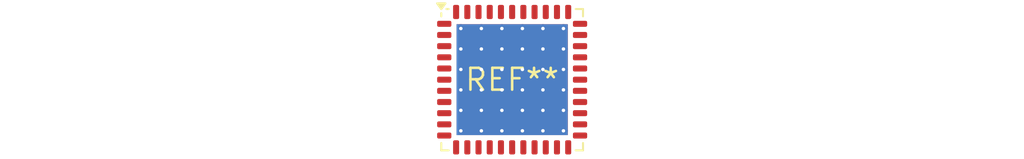
<source format=kicad_pcb>
(kicad_pcb (version 20240108) (generator pcbnew)
  (layers (0 "F.Cu" signal) (31 "B.Cu" signal) (34 "B.Paste" user) (35 "F.Paste" user) (36 "B.SilkS" user "B.Silkscreen") (37 "F.SilkS" user "F.Silkscreen") (38 "B.Mask" user) (39 "F.Mask" user) (44 "Edge.Cuts" user))
  (net 0 "")
  (footprint "QFN-44-1EP_8x8mm_P0.65mm_EP6.45x6.45mm_ThermalVias" (layer "F.Cu") (at 0 0)
    (property "Reference" "REF**")
    (property "Value" "QFN-44-1EP_8x8mm_P0.65mm_EP6.45x6.45mm_ThermalVias")
    (fp_line (start -4.11 -3.685) (end -4.11 -3.87) (layer "F.SilkS") (stroke (width 0.12)))
    (fp_line (start -4.11 4.11) (end -4.11 3.685) (layer "F.SilkS") (stroke (width 0.12)))
    (fp_line (start -3.685 -4.11) (end -3.81 -4.11) (layer "F.SilkS") (stroke (width 0.12)))
    (fp_line (start -3.685 4.11) (end -4.11 4.11) (layer "F.SilkS") (stroke (width 0.12)))
    (fp_line (start 3.685 -4.11) (end 4.11 -4.11) (layer "F.SilkS") (stroke (width 0.12)))
    (fp_line (start 3.685 4.11) (end 4.11 4.11) (layer "F.SilkS") (stroke (width 0.12)))
    (fp_line (start 4.11 -4.11) (end 4.11 -3.685) (layer "F.SilkS") (stroke (width 0.12)))
    (fp_line (start 4.11 4.11) (end 4.11 3.685) (layer "F.SilkS") (stroke (width 0.12)))
    (fp_poly (pts (xy -4.11 -4.11) (xy -4.35 -4.44) (xy -3.87 -4.44) (xy -4.11 -4.11)) (layer "F.SilkS") (stroke (width 0.12)) (fill solid))
    (pad "1" smd roundrect (at -3.9375 -3.25) (size 0.825 0.35) (layers "F.Cu" "F.Paste" "F.Mask"))
    (pad "2" smd roundrect (at -3.9375 -2.6) (size 0.825 0.35) (layers "F.Cu" "F.Paste" "F.Mask"))
    (pad "3" smd roundrect (at -3.9375 -1.95) (size 0.825 0.35) (layers "F.Cu" "F.Paste" "F.Mask"))
    (pad "4" smd roundrect (at -3.9375 -1.3) (size 0.825 0.35) (layers "F.Cu" "F.Paste" "F.Mask"))
    (pad "5" smd roundrect (at -3.9375 -0.65) (size 0.825 0.35) (layers "F.Cu" "F.Paste" "F.Mask"))
    (pad "6" smd roundrect (at -3.9375 0) (size 0.825 0.35) (layers "F.Cu" "F.Paste" "F.Mask"))
    (pad "7" smd roundrect (at -3.9375 0.65) (size 0.825 0.35) (layers "F.Cu" "F.Paste" "F.Mask"))
    (pad "8" smd roundrect (at -3.9375 1.3) (size 0.825 0.35) (layers "F.Cu" "F.Paste" "F.Mask"))
    (pad "9" smd roundrect (at -3.9375 1.95) (size 0.825 0.35) (layers "F.Cu" "F.Paste" "F.Mask"))
    (pad "10" smd roundrect (at -3.9375 2.6) (size 0.825 0.35) (layers "F.Cu" "F.Paste" "F.Mask"))
    (pad "11" smd roundrect (at -3.9375 3.25) (size 0.825 0.35) (layers "F.Cu" "F.Paste" "F.Mask"))
    (pad "12" smd roundrect (at -3.25 3.9375) (size 0.35 0.825) (layers "F.Cu" "F.Paste" "F.Mask"))
    (pad "13" smd roundrect (at -2.6 3.9375) (size 0.35 0.825) (layers "F.Cu" "F.Paste" "F.Mask"))
    (pad "14" smd roundrect (at -1.95 3.9375) (size 0.35 0.825) (layers "F.Cu" "F.Paste" "F.Mask"))
    (pad "15" smd roundrect (at -1.3 3.9375) (size 0.35 0.825) (layers "F.Cu" "F.Paste" "F.Mask"))
    (pad "16" smd roundrect (at -0.65 3.9375) (size 0.35 0.825) (layers "F.Cu" "F.Paste" "F.Mask"))
    (pad "17" smd roundrect (at 0 3.9375) (size 0.35 0.825) (layers "F.Cu" "F.Paste" "F.Mask"))
    (pad "18" smd roundrect (at 0.65 3.9375) (size 0.35 0.825) (layers "F.Cu" "F.Paste" "F.Mask"))
    (pad "19" smd roundrect (at 1.3 3.9375) (size 0.35 0.825) (layers "F.Cu" "F.Paste" "F.Mask"))
    (pad "20" smd roundrect (at 1.95 3.9375) (size 0.35 0.825) (layers "F.Cu" "F.Paste" "F.Mask"))
    (pad "21" smd roundrect (at 2.6 3.9375) (size 0.35 0.825) (layers "F.Cu" "F.Paste" "F.Mask"))
    (pad "22" smd roundrect (at 3.25 3.9375) (size 0.35 0.825) (layers "F.Cu" "F.Paste" "F.Mask"))
    (pad "23" smd roundrect (at 3.9375 3.25) (size 0.825 0.35) (layers "F.Cu" "F.Paste" "F.Mask"))
    (pad "24" smd roundrect (at 3.9375 2.6) (size 0.825 0.35) (layers "F.Cu" "F.Paste" "F.Mask"))
    (pad "25" smd roundrect (at 3.9375 1.95) (size 0.825 0.35) (layers "F.Cu" "F.Paste" "F.Mask"))
    (pad "26" smd roundrect (at 3.9375 1.3) (size 0.825 0.35) (layers "F.Cu" "F.Paste" "F.Mask"))
    (pad "27" smd roundrect (at 3.9375 0.65) (size 0.825 0.35) (layers "F.Cu" "F.Paste" "F.Mask"))
    (pad "28" smd roundrect (at 3.9375 0) (size 0.825 0.35) (layers "F.Cu" "F.Paste" "F.Mask"))
    (pad "29" smd roundrect (at 3.9375 -0.65) (size 0.825 0.35) (layers "F.Cu" "F.Paste" "F.Mask"))
    (pad "30" smd roundrect (at 3.9375 -1.3) (size 0.825 0.35) (layers "F.Cu" "F.Paste" "F.Mask"))
    (pad "31" smd roundrect (at 3.9375 -1.95) (size 0.825 0.35) (layers "F.Cu" "F.Paste" "F.Mask"))
    (pad "32" smd roundrect (at 3.9375 -2.6) (size 0.825 0.35) (layers "F.Cu" "F.Paste" "F.Mask"))
    (pad "33" smd roundrect (at 3.9375 -3.25) (size 0.825 0.35) (layers "F.Cu" "F.Paste" "F.Mask"))
    (pad "34" smd roundrect (at 3.25 -3.9375) (size 0.35 0.825) (layers "F.Cu" "F.Paste" "F.Mask"))
    (pad "35" smd roundrect (at 2.6 -3.9375) (size 0.35 0.825) (layers "F.Cu" "F.Paste" "F.Mask"))
    (pad "36" smd roundrect (at 1.95 -3.9375) (size 0.35 0.825) (layers "F.Cu" "F.Paste" "F.Mask"))
    (pad "37" smd roundrect (at 1.3 -3.9375) (size 0.35 0.825) (layers "F.Cu" "F.Paste" "F.Mask"))
    (pad "38" smd roundrect (at 0.65 -3.9375) (size 0.35 0.825) (layers "F.Cu" "F.Paste" "F.Mask"))
    (pad "39" smd roundrect (at 0 -3.9375) (size 0.35 0.825) (layers "F.Cu" "F.Paste" "F.Mask"))
    (pad "40" smd roundrect (at -0.65 -3.9375) (size 0.35 0.825) (layers "F.Cu" "F.Paste" "F.Mask"))
    (pad "41" smd roundrect (at -1.3 -3.9375) (size 0.35 0.825) (layers "F.Cu" "F.Paste" "F.Mask"))
    (pad "42" smd roundrect (at -1.95 -3.9375) (size 0.35 0.825) (layers "F.Cu" "F.Paste" "F.Mask"))
    (pad "43" smd roundrect (at -2.6 -3.9375) (size 0.35 0.825) (layers "F.Cu" "F.Paste" "F.Mask"))
    (pad "44" smd roundrect (at -3.25 -3.9375) (size 0.35 0.825) (layers "F.Cu" "F.Paste" "F.Mask"))
    (pad "45" thru_hole circle (at -2.975 -2.975) (size 0.5 0.5) (drill 0.2) (property pad_prop_heatsink) (layers *.Cu) (remove_unused_layers))
    (pad "45" thru_hole circle (at -2.975 -1.785) (size 0.5 0.5) (drill 0.2) (property pad_prop_heatsink) (layers *.Cu) (remove_unused_layers))
    (pad "45" thru_hole circle (at -2.975 -0.595) (size 0.5 0.5) (drill 0.2) (property pad_prop_heatsink) (layers *.Cu) (remove_unused_layers))
    (pad "45" thru_hole circle (at -2.975 0.595) (size 0.5 0.5) (drill 0.2) (property pad_prop_heatsink) (layers *.Cu) (remove_unused_layers))
    (pad "45" thru_hole circle (at -2.975 1.785) (size 0.5 0.5) (drill 0.2) (property pad_prop_heatsink) (layers *.Cu) (remove_unused_layers))
    (pad "45" thru_hole circle (at -2.975 2.975) (size 0.5 0.5) (drill 0.2) (property pad_prop_heatsink) (layers *.Cu) (remove_unused_layers))
    (pad "45" thru_hole circle (at -1.785 -2.975) (size 0.5 0.5) (drill 0.2) (property pad_prop_heatsink) (layers *.Cu) (remove_unused_layers))
    (pad "45" thru_hole circle (at -1.785 -1.785) (size 0.5 0.5) (drill 0.2) (property pad_prop_heatsink) (layers *.Cu) (remove_unused_layers))
    (pad "45" thru_hole circle (at -1.785 -0.595) (size 0.5 0.5) (drill 0.2) (property pad_prop_heatsink) (layers *.Cu) (remove_unused_layers))
    (pad "45" thru_hole circle (at -1.785 0.595) (size 0.5 0.5) (drill 0.2) (property pad_prop_heatsink) (layers *.Cu) (remove_unused_layers))
    (pad "45" thru_hole circle (at -1.785 1.785) (size 0.5 0.5) (drill 0.2) (property pad_prop_heatsink) (layers *.Cu) (remove_unused_layers))
    (pad "45" thru_hole circle (at -1.785 2.975) (size 0.5 0.5) (drill 0.2) (property pad_prop_heatsink) (layers *.Cu) (remove_unused_layers))
    (pad "45" thru_hole circle (at -0.595 -2.975) (size 0.5 0.5) (drill 0.2) (property pad_prop_heatsink) (layers *.Cu) (remove_unused_layers))
    (pad "45" thru_hole circle (at -0.595 -1.785) (size 0.5 0.5) (drill 0.2) (property pad_prop_heatsink) (layers *.Cu) (remove_unused_layers))
    (pad "45" thru_hole circle (at -0.595 -0.595) (size 0.5 0.5) (drill 0.2) (property pad_prop_heatsink) (layers *.Cu) (remove_unused_layers))
    (pad "45" thru_hole circle (at -0.595 0.595) (size 0.5 0.5) (drill 0.2) (property pad_prop_heatsink) (layers *.Cu) (remove_unused_layers))
    (pad "45" thru_hole circle (at -0.595 1.785) (size 0.5 0.5) (drill 0.2) (property pad_prop_heatsink) (layers *.Cu) (remove_unused_layers))
    (pad "45" thru_hole circle (at -0.595 2.975) (size 0.5 0.5) (drill 0.2) (property pad_prop_heatsink) (layers *.Cu) (remove_unused_layers))
    (pad "45" smd rect (at 0 0) (size 6.45 6.45) (property pad_prop_heatsink) (layers "F.Cu" "F.Mask"))
    (pad "45" smd rect (at 0 0) (size 6.45 6.45) (property pad_prop_heatsink) (layers "B.Cu"))
    (pad "45" thru_hole circle (at 0.595 -2.975) (size 0.5 0.5) (drill 0.2) (property pad_prop_heatsink) (layers *.Cu) (remove_unused_layers))
    (pad "45" thru_hole circle (at 0.595 -1.785) (size 0.5 0.5) (drill 0.2) (property pad_prop_heatsink) (layers *.Cu) (remove_unused_layers))
    (pad "45" thru_hole circle (at 0.595 -0.595) (size 0.5 0.5) (drill 0.2) (property pad_prop_heatsink) (layers *.Cu) (remove_unused_layers))
    (pad "45" thru_hole circle (at 0.595 0.595) (size 0.5 0.5) (drill 0.2) (property pad_prop_heatsink) (layers *.Cu) (remove_unused_layers))
    (pad "45" thru_hole circle (at 0.595 1.785) (size 0.5 0.5) (drill 0.2) (property pad_prop_heatsink) (layers *.Cu) (remove_unused_layers))
    (pad "45" thru_hole circle (at 0.595 2.975) (size 0.5 0.5) (drill 0.2) (property pad_prop_heatsink) (layers *.Cu) (remove_unused_layers))
    (pad "45" thru_hole circle (at 1.785 -2.975) (size 0.5 0.5) (drill 0.2) (property pad_prop_heatsink) (layers *.Cu) (remove_unused_layers))
    (pad "45" thru_hole circle (at 1.785 -1.785) (size 0.5 0.5) (drill 0.2) (property pad_prop_heatsink) (layers *.Cu) (remove_unused_layers))
    (pad "45" thru_hole circle (at 1.785 -0.595) (size 0.5 0.5) (drill 0.2) (property pad_prop_heatsink) (layers *.Cu) (remove_unused_layers))
    (pad "45" thru_hole circle (at 1.785 0.595) (size 0.5 0.5) (drill 0.2) (property pad_prop_heatsink) (layers *.Cu) (remove_unused_layers))
    (pad "45" thru_hole circle (at 1.785 1.785) (size 0.5 0.5) (drill 0.2) (property pad_prop_heatsink) (layers *.Cu) (remove_unused_layers))
    (pad "45" thru_hole circle (at 1.785 2.975) (size 0.5 0.5) (drill 0.2) (property pad_prop_heatsink) (layers *.Cu) (remove_unused_layers))
    (pad "45" thru_hole circle (at 2.975 -2.975) (size 0.5 0.5) (drill 0.2) (property pad_prop_heatsink) (layers *.Cu) (remove_unused_layers))
    (pad "45" thru_hole circle (at 2.975 -1.785) (size 0.5 0.5) (drill 0.2) (property pad_prop_heatsink) (layers *.Cu) (remove_unused_layers))
    (pad "45" thru_hole circle (at 2.975 -0.595) (size 0.5 0.5) (drill 0.2) (property pad_prop_heatsink) (layers *.Cu) (remove_unused_layers))
    (pad "45" thru_hole circle (at 2.975 0.595) (size 0.5 0.5) (drill 0.2) (property pad_prop_heatsink) (layers *.Cu) (remove_unused_layers))
    (pad "45" thru_hole circle (at 2.975 1.785) (size 0.5 0.5) (drill 0.2) (property pad_prop_heatsink) (layers *.Cu) (remove_unused_layers))
    (pad "45" thru_hole circle (at 2.975 2.975) (size 0.5 0.5) (drill 0.2) (property pad_prop_heatsink) (layers *.Cu) (remove_unused_layers))
  )
)
</source>
